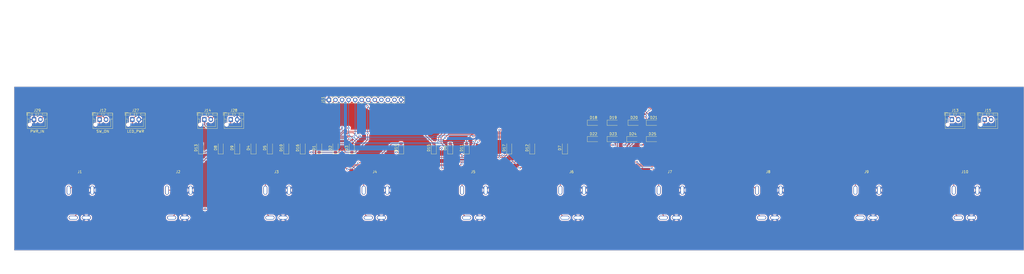
<source format=kicad_pcb>
(kicad_pcb (version 20221018) (generator pcbnew)

  (general
    (thickness 1.6)
  )

  (paper "A4")
  (layers
    (0 "F.Cu" signal)
    (31 "B.Cu" signal)
    (32 "B.Adhes" user "B.Adhesive")
    (33 "F.Adhes" user "F.Adhesive")
    (34 "B.Paste" user)
    (35 "F.Paste" user)
    (36 "B.SilkS" user "B.Silkscreen")
    (37 "F.SilkS" user "F.Silkscreen")
    (38 "B.Mask" user)
    (39 "F.Mask" user)
    (40 "Dwgs.User" user "User.Drawings")
    (41 "Cmts.User" user "User.Comments")
    (42 "Eco1.User" user "User.Eco1")
    (43 "Eco2.User" user "User.Eco2")
    (44 "Edge.Cuts" user)
    (45 "Margin" user)
    (46 "B.CrtYd" user "B.Courtyard")
    (47 "F.CrtYd" user "F.Courtyard")
    (48 "B.Fab" user)
    (49 "F.Fab" user)
    (50 "User.1" user)
    (51 "User.2" user)
    (52 "User.3" user)
    (53 "User.4" user)
    (54 "User.5" user)
    (55 "User.6" user)
    (56 "User.7" user)
    (57 "User.8" user)
    (58 "User.9" user)
  )

  (setup
    (pad_to_mask_clearance 0)
    (pcbplotparams
      (layerselection 0x00010fc_ffffffff)
      (plot_on_all_layers_selection 0x0000000_00000000)
      (disableapertmacros false)
      (usegerberextensions false)
      (usegerberattributes true)
      (usegerberadvancedattributes true)
      (creategerberjobfile true)
      (dashed_line_dash_ratio 12.000000)
      (dashed_line_gap_ratio 3.000000)
      (svgprecision 4)
      (plotframeref false)
      (viasonmask false)
      (mode 1)
      (useauxorigin false)
      (hpglpennumber 1)
      (hpglpenspeed 20)
      (hpglpendiameter 15.000000)
      (dxfpolygonmode true)
      (dxfimperialunits true)
      (dxfusepcbnewfont true)
      (psnegative false)
      (psa4output false)
      (plotreference true)
      (plotvalue true)
      (plotinvisibletext false)
      (sketchpadsonfab false)
      (subtractmaskfromsilk false)
      (outputformat 1)
      (mirror false)
      (drillshape 0)
      (scaleselection 1)
      (outputdirectory "out")
    )
  )

  (net 0 "")
  (net 1 "Net-(D1-K)")
  (net 2 "Net-(D1-A)")
  (net 3 "Net-(D17-A)")
  (net 4 "Net-(D12-A)")
  (net 5 "Net-(D20-A)")
  (net 6 "Net-(D4-A)")
  (net 7 "Net-(D15-A)")
  (net 8 "Net-(D10-A)")
  (net 9 "Net-(D11-A)")
  (net 10 "Net-(D10-K)")
  (net 11 "Net-(D8-A)")
  (net 12 "Net-(D14-A)")
  (net 13 "Net-(D13-K)")
  (net 14 "Net-(D13-A)")
  (net 15 "Net-(D18-K)")
  (net 16 "Net-(D22-K)")
  (net 17 "GND")
  (net 18 "Net-(J11-Pin_7)")
  (net 19 "Net-(J11-Pin_8)")
  (net 20 "unconnected-(J11-Pin_10-Pad10)")
  (net 21 "unconnected-(J11-Pin_11-Pad11)")
  (net 22 "+5V")
  (net 23 "/5VI")
  (net 24 "unconnected-(J11-Pin_9-Pad9)")
  (net 25 "Net-(J1-Pin_3)")

  (footprint "Library:LED_BUTTON" (layer "F.Cu") (at 193.04 71.12))

  (footprint "Diode_SMD:D_SOD-123" (layer "F.Cu") (at 133.35 49.15 90))

  (footprint "Diode_SMD:D_SOD-123" (layer "F.Cu") (at 255.39 39.37))

  (footprint "Library:LED_BUTTON" (layer "F.Cu") (at 269.24 71.12))

  (footprint "Diode_SMD:D_SOD-123" (layer "F.Cu") (at 228.6 49.15 90))

  (footprint "Diode_SMD:D_SOD-123" (layer "F.Cu") (at 114.3 49.15 90))

  (footprint "Diode_SMD:D_SOD-123" (layer "F.Cu") (at 239.65 45.72))

  (footprint "Library:LED_BUTTON" (layer "F.Cu") (at 307.34 71.12))

  (footprint "Diode_SMD:D_SOD-123" (layer "F.Cu") (at 262.51 39.37))

  (footprint "Connector_JST:JST_XH_B2B-XH-AM_1x02_P2.50mm_Vertical" (layer "F.Cu") (at 22.9 38.1))

  (footprint "Library:LED_BUTTON" (layer "F.Cu") (at 40.64 71.12))

  (footprint "Diode_SMD:D_SOD-123" (layer "F.Cu") (at 247.27 39.37))

  (footprint "Diode_SMD:D_SOD-123" (layer "F.Cu") (at 127 49.15 90))

  (footprint "Diode_SMD:D_SOD-123" (layer "F.Cu") (at 95.25 49.15 90))

  (footprint "Diode_SMD:D_SOD-123" (layer "F.Cu") (at 87.63 49.15 90))

  (footprint "Library:LED_BUTTON" (layer "F.Cu") (at 154.94 71.12))

  (footprint "Connector_JST:JST_XH_B2B-XH-AM_1x02_P2.50mm_Vertical" (layer "F.Cu") (at 48.3 38.1))

  (footprint "Connector_JST:JST_XH_B2B-XH-AM_1x02_P2.50mm_Vertical" (layer "F.Cu") (at 88.9 38.1))

  (footprint "Diode_SMD:D_SOD-123" (layer "F.Cu") (at 262.51 45.72))

  (footprint "Diode_SMD:D_SOD-123" (layer "F.Cu") (at 177.8 49.15 90))

  (footprint "Library:LED_BUTTON" (layer "F.Cu") (at 383.54 71.12))

  (footprint "Diode_SMD:D_SOD-123" (layer "F.Cu") (at 184.15 49.15 90))

  (footprint "Library:LED_BUTTON" (layer "F.Cu") (at 231.14 71.12))

  (footprint "Library:LED_BUTTON" (layer "F.Cu") (at 345.44 71.12))

  (footprint "Connector_JST:JST_XH_B2B-XH-AM_1x02_P2.50mm_Vertical" (layer "F.Cu") (at 61 38.1))

  (footprint "Diode_SMD:D_SOD-123" (layer "F.Cu") (at 165.1 49.15 90))

  (footprint "Diode_SMD:D_SOD-123" (layer "F.Cu") (at 120.65 49.15 90))

  (footprint "Diode_SMD:D_SOD-123" (layer "F.Cu") (at 190.5 49.15 90))

  (footprint "Library:LED_BUTTON" (layer "F.Cu") (at 78.74 71.12))

  (footprint "Library:LED_BUTTON" (layer "F.Cu") (at 116.84 71.12))

  (footprint "Connector_JST:JST_XH_B2B-XH-AM_1x02_P2.50mm_Vertical" (layer "F.Cu") (at 378.5 38.1))

  (footprint "Diode_SMD:D_SOD-123" (layer "F.Cu") (at 247.27 45.72))

  (footprint "Diode_SMD:D_SOD-123" (layer "F.Cu") (at 139.7 49.15 90))

  (footprint "Diode_SMD:D_SOD-123" (layer "F.Cu") (at 254.89 45.72))

  (footprint "Connector_JST:JST_XH_B2B-XH-AM_1x02_P2.50mm_Vertical" (layer "F.Cu") (at 99.1 38.1))

  (footprint "Diode_SMD:D_SOD-123" (layer "F.Cu") (at 207.01 49.15 90))

  (footprint "Diode_SMD:D_SOD-123" (layer "F.Cu") (at 239.65 39.37))

  (footprint "Connector_JST:JST_XH_B2B-XH-AM_1x02_P2.50mm_Vertical" (layer "F.Cu") (at 391.2 38.1))

  (footprint "Connector_PinHeader_2.54mm:PinHeader_1x12_P2.54mm_Vertical" (layer "F.Cu") (at 137.16 30.48 90))

  (footprint "Diode_SMD:D_SOD-123" (layer "F.Cu") (at 146.05 49.15 90))

  (footprint "Diode_SMD:D_SOD-123" (layer "F.Cu") (at 101.6 49.15 90))

  (footprint "Diode_SMD:D_SOD-123" (layer "F.Cu") (at 215.9 49.15 90))

  (footprint "Diode_SMD:D_SOD-123" (layer "F.Cu") (at 107.95 49.15 90))

  (gr_line (start 213.652813 83.160616) (end 212.880912 83.141098)
    (stroke (width 0.2) (type solid)) (layer "Dwgs.User") (tstamp 000e8f7b-8592-4f77-9350-be73f1a7c35f))
  (gr_line (start 113.02293 92.021356) (end 118.822979 92.021356)
    (stroke (width 0.2) (type solid)) (layer "Dwgs.User") (tstamp 0038eb13-ab15-43e0-b159-61f571ded1e7))
  (gr_line (start 175.649538 56.140579) (end 176.216191 56.585881)
    (stroke (width 0.2) (type solid)) (layer "Dwgs.User") (tstamp 0045d113-6bc7-4f8b-abc2-23bcae6bd83c))
  (gr_line (start 355.922954 94.821359) (end 353.02293 94.821359)
    (stroke (width 0.2) (type solid)) (layer "Dwgs.User") (tstamp 008554e1-9495-4eff-a200-75702c24e530))
  (gr_line (start 352.948648 55.722317) (end 353.536745 56.140521)
    (stroke (width 0.2) (type solid)) (layer "Dwgs.User") (tstamp 00eada4b-9381-44cd-9bb8-ae558fa0e07b))
  (gr_line (start 151.847618 70.44496) (end 151.752228 69.694271)
    (stroke (width 0.2) (type solid)) (layer "Dwgs.User") (tstamp 012589b1-39f0-439f-9dee-4d8687b080a5))
  (gr_line (start 32.712871 83.160608) (end 31.940971 83.14109)
    (stroke (width 0.2) (type solid)) (layer "Dwgs.User") (tstamp 0133c44e-3572-4f5b-abb4-760340016557))
  (gr_line (start 301.69754 53.180137) (end 302.459308 53.238063)
    (stroke (width 0.2) (type solid)) (layer "Dwgs.User") (tstamp 013ff1c7-c7fc-4de6-b61d-43e0367e8b56))
  (gr_line (start 9.8459 97.984871) (end 9.84905 97.988503)
    (stroke (width 0.2) (type solid)) (layer "Dwgs.User") (tstamp 01477299-e189-4b3a-9bcc-65ff894c702a))
  (gr_line (start 132.814105 75.938654) (end 132.423942 76.547251)
    (stroke (width 0.2) (type solid)) (layer "Dwgs.User") (tstamp 0185f2ba-93e1-4ccd-a359-79d0f0ab9008))
  (gr_line (start 9.907794 98.020199) (end 9.912779 98.020838)
    (stroke (width 0.2) (type solid)) (layer "Dwgs.User") (tstamp 01886b17-07a0-4227-8f7a-6232304d535b))
  (gr_line (start 63.520817 60.382564) (end 63.91098 59.773967)
    (stroke (width 0.2) (type solid)) (layer "Dwgs.User") (tstamp 019eab76-428a-4739-9205-618dce060404))
  (gr_line (start 223.194218 56.585889) (end 223.738486 57.057346)
    (stroke (width 0.2) (type solid)) (layer "Dwgs.User") (tstamp 01b441df-4f54-43a5-9d1e-068f0950d881))
  (gr_line (start 87.923963 77.702001) (end 87.452506 78.246269)
    (stroke (width 0.2) (type solid)) (layer "Dwgs.User") (tstamp 01c662ce-edd1-4891-8f7a-818decc68bd8))
  (gr_line (start 39.862775 54.97103) (end 40.49093 55.332211)
    (stroke (width 0.2) (type solid)) (layer "Dwgs.User") (tstamp 01ebaa83-a3c8-4e35-a786-1e0bceffd216))
  (gr_line (start 333.458731 78.246208) (end 332.987273 77.70194)
    (stroke (width 0.2) (type solid)) (layer "Dwgs.User") (tstamp 0202f0a4-b78b-4d04-9651-460b03275657))
  (gr_line (start 128.960451 56.140579) (end 129.527104 56.585881)
    (stroke (width 0.2) (type solid)) (layer "Dwgs.User") (tstamp 02034867-eb4b-437c-9560-e786fe0c5144))
  (gr_line (start 347.585024 53.465301) (end 348.310736 53.632794)
    (stroke (width 0.2) (type solid)) (layer "Dwgs.User") (tstamp 0226d10f-73ee-471e-a18f-87034da3454b))
  (gr_line (start 268.863904 77.702009) (end 268.392448 78.246277)
    (stroke (width 0.2) (type solid)) (layer "Dwgs.User") (tstamp 022f61c1-30a1-4f4f-8736-94f0a65f740b))
  (gr_line (start 365.928085 98.021226) (end 365.93315 98.020838)
    (stroke (width 0.2) (type solid)) (layer "Dwgs.User") (tstamp 0235df0e-55b5-4a80-a0e9-dcd50326cf99))
  (gr_line (start 315.251272 63.700075) (end 315.453402 64.411882)
    (stroke (width 0.2) (type solid)) (layer "Dwgs.User") (tstamp 0246df34-35ba-4e8c-9680-12d7bd265baa))
  (gr_line (start 47.693353 67.38871) (end 47.712871 68.160608)
    (stroke (width 0.2) (type solid)) (layer "Dwgs.User") (tstamp 025b44a1-5502-4cc7-8dd8-b078f8f5fb1c))
  (gr_line (start 181.501952 70.44496) (end 181.37004 71.183631)
    (stroke (width 0.2) (type solid)) (layer "Dwgs.User") (tstamp 0276c37a-a553-4ae6-8c67-4dc05dc73fee))
  (gr_line (start 245.02293 -4.978637) (end 247.922954 -4.978637)
    (stroke (width 0.2) (type solid)) (layer "Dwgs.User") (tstamp 031e8339-d8e6-4d92-9143-fd83b98cceef))
  (gr_line (start 222.627565 56.140587) (end 223.194218 56.585889)
    (stroke (width 0.2) (type solid)) (layer "Dwgs.User") (tstamp 031eff34-19d5-4b31-b13a-b6c02493e5f6))
  (gr_line (start 134.680953 65.137585) (end 134.812865 65.876256)
    (stroke (width 0.2) (type solid)) (layer "Dwgs.User") (tstamp 033e1c8a-03c6-4825-8fd9-6d8639b49852))
  (gr_line (start 17.790314 66.626938) (end 17.885704 65.876249)
    (stroke (width 0.2) (type solid)) (layer "Dwgs.User") (tstamp 03484342-93ad-4619-9062-0dc435ae576a))
  (gr_line (start 9.837518 97.973108) (end 9.840128 97.977166)
    (stroke (width 0.2) (type solid)) (layer "Dwgs.User") (tstamp 04068157-47da-424b-b5a7-fc096335d481))
  (gr_line (start 315.453402 64.411882) (end 315.620894 65.137593)
    (stroke (width 0.2) (type solid)) (layer "Dwgs.User") (tstamp 042f064b-69ca-4f4a-826a-dbe5dc098a02))
  (gr_poly
    (pts
      (xy 254.820571 33.456038)
      (xy 254.902116 33.463068)
      (xy 254.980332 33.473818)
      (xy 255.054271 33.488271)
      (xy 255.122987 33.506412)
      (xy 255.18553 33.528225)
      (xy 255.240954 33.553694)
      (xy 255.288311 33.582804)
      (xy 255.328327 33.613162)
      (xy 255.366091 33.645033)
      (xy 255.4016 33.678396)
      (xy 255.434853 33.71323)
      (xy 255.465847 33.749514)
      (xy 255.494581 33.787225)
      (xy 255.521053 33.826343)
      (xy 255.545259 33.866846)
      (xy 255.567199 33.908713)
      (xy 255.58687 33.951923)
      (xy 255.604269 33.996455)
      (xy 255.619396 34.042286)
      (xy 255.632248 34.089397)
      (xy 255.642822 34.137765)
      (xy 255.651117 34.187369)
      (xy 255.657131 34.238188)
      (xy 255.660861 34.2902)
      (xy 255.662306 34.343385)
      (xy 255.661463 34.39772)
      (xy 255.65833 34.453185)
      (xy 255.652906 34.509759)
      (xy 255.645188 34.567419)
      (xy 255.635174 34.626145)
      (xy 255.622862 34.685916)
      (xy 255.608249 34.746709)
      (xy 255.591335 34.808504)
      (xy 255.572116 34.87128)
      (xy 255.550591 34.935014)
      (xy 255.526758 34.999687)
      (xy 255.500614 35.065276)
      (xy 255.441387 35.199118)
      (xy 255.385577 35.30955)
      (xy 255.322208 35.420372)
      (xy 255.251848 35.531014)
      (xy 255.175062 35.640903)
      (xy 255.092417 35.749471)
      (xy 255.004481 35.856145)
      (xy 254.911819 35.960355)
      (xy 254.814998 36.061529)
      (xy 254.714586 36.159099)
      (xy 254.611148 36.252491)
      (xy 254.505251 36.341137)
      (xy 254.397463 36.424464)
      (xy 254.288348 36.501902)
      (xy 254.178476 36.57288)
      (xy 254.068411 36.636828)
      (xy 253.958721 36.693174)
      (xy 253.866061 36.73549)
      (xy 253.77397 36.773471)
      (xy 253.682706 36.807088)
      (xy 253.592529 36.836312)
      (xy 253.503698 36.861116)
      (xy 253.416473 36.881469)
      (xy 253.331112 36.897344)
      (xy 253.247875 36.908711)
      (xy 253.167021 36.915542)
      (xy 253.08881 36.917808)
      (xy 253.013501 36.915481)
      (xy 252.941353 36.908531)
      (xy 252.872625 36.896931)
      (xy 252.807576 36.880651)
      (xy 252.746467 36.859662)
      (xy 252.689556 36.833937)
      (xy 252.689556 36.83394)
      (xy 252.67106 36.823878)
      (xy 252.651661 36.812207)
      (xy 252.631519 36.799068)
      (xy 252.610794 36.784602)
      (xy 252.589647 36.768949)
      (xy 252.568238 36.752252)
      (xy 252.546729 36.734651)
      (xy 252.52528 36.716287)
      (xy 252.50405 36.697301)
      (xy 252.483202 36.677835)
      (xy 252.462895 36.658029)
      (xy 252.44329 36.638024)
      (xy 252.424548 36.617961)
      (xy 252.406829 36.597983)
      (xy 252.390294 36.578228)
      (xy 252.375103 36.55884)
      (xy 252.352789 36.5287)
      (xy 252.33295 36.50037)
      (xy 252.315446 36.47323)
      (xy 252.300136 36.44666)
      (xy 252.29326 36.433395)
      (xy 252.286881 36.42004)
      (xy 252.280979 36.406517)
      (xy 252.275539 36.392748)
      (xy 252.270542 36.378657)
      (xy 252.265971 36.364165)
      (xy 252.261809 36.349196)
      (xy 252.258037 36.333671)
      (xy 252.254639 36.317514)
      (xy 252.251597 36.300646)
      (xy 252.246509 36.264468)
      (xy 252.242635 36.224518)
      (xy 252.239834 36.180176)
      (xy 252.237965 36.130821)
      (xy 252.236889 36.075833)
      (xy 252.236465 36.014592)
      (xy 252.236553 35.946478)
      (xy 252.237848 35.817208)
      (xy 252.239714 35.760806)
      (xy 252.242613 35.708879)
      (xy 252.246707 35.660666)
      (xy 252.252163 35.615404)
      (xy 252.259145 35.572333)
      (xy 252.267818 35.530692)
      (xy 252.278346 35.48972)
      (xy 252.290894 35.448656)
      (xy 252.305627 35.406738)
      (xy 252.32271 35.363205)
      (xy 252.342306 35.317297)
      (xy 252.364581 35.268251)
      (xy 252.417827 35.157705)
      (xy 252.480804 35.039433)
      (xy 252.552548 34.920591)
      (xy 252.632372 34.801831)
      (xy 252.719591 34.683808)
      (xy 252.813518 34.567175)
      (xy 252.913467 34.452584)
      (xy 253.018753 34.34069)
      (xy 253.128689 34.232145)
      (xy 253.242588 34.127603)
      (xy 253.359765 34.027718)
      (xy 253.479535 33.933142)
      (xy 253.601209 33.844529)
      (xy 253.724104 33.762532)
      (xy 253.847531 33.687805)
      (xy 253.970806 33.621001)
      (xy 254.093242 33.562773)
      (xy 254.162099 33.535611)
      (xy 254.236157 33.512312)
      (xy 254.314468 33.49286)
      (xy 254.396084 33.477239)
      (xy 254.480057 33.465432)
      (xy 254.56544 33.457425)
      (xy 254.651285 33.453201)
      (xy 254.736644 33.452744)
    )

    (stroke (width 0.052615) (type solid)) (fill solid) (layer "Dwgs.User") (tstamp 045e7ad5-1f84-4af6-99b3-178ac63f7a84))
  (gr_line (start 180.496015 73.999285) (end 180.195628 74.663728)
    (stroke (width 0.2) (type solid)) (layer "Dwgs.User") (tstamp 048a6b37-3615-44de-b337-bbb7facbfafb))
  (gr_line (start 12.922954 -8.178639) (end 9.922954 -8.178639)
    (stroke (width 0.2) (type solid)) (layer "Dwgs.User") (tstamp 04d62639-4060-4dfb-b503-3efad06b4d56))
  (gr_line (start 257.02293 -2.178637) (end 257.02293 -4.978637)
    (stroke (width 0.2) (type solid)) (layer "Dwgs.User") (tstamp 04f610d1-da54-4422-86a4-b913597b6f3f))
  (gr_line (start 131.560437 77.702001) (end 131.088981 78.246269)
    (stroke (width 0.2) (type solid)) (layer "Dwgs.User") (tstamp 053089e3-afe0-4fec-98f2-169c1fcbd4fe))
  (gr_line (start 153.846379 75.938654) (end 153.485198 75.310499)
    (stroke (width 0.2) (type solid)) (layer "Dwgs.User") (tstamp 05570d9f-c17e-4ad7-bcdf-dd32a94b71e3))
  (gr_line (start 365.982702 98.001423) (end 365.986481 97.998448)
    (stroke (width 0.2) (type solid)) (layer "Dwgs.User") (tstamp 057016f3-5536-442f-8733-a8d5497025aa))
  (gr_line (start 315.848197 69.694279) (end 315.752807 70.444968)
    (stroke (width 0.2) (type solid)) (layer "Dwgs.User") (tstamp 0574ba6d-b27a-4614-a84c-4f8a17a6810f))
  (gr_line (start 242.461998 70.444968) (end 242.366608 69.694279)
    (stroke (width 0.2) (type solid)) (layer "Dwgs.User") (tstamp 05a20d03-b0dd-4290-a948-28222239e61a))
  (gr_line (start 71.888671 53.834982) (end 72.60048 53.632851)
    (stroke (width 0.2) (type solid)) (layer "Dwgs.User") (tstamp 05c14185-141b-4da9-b8ca-627ed654cce2))
  (gr_line (start 197.02293 92.021356) (end 202.822979 92.021356)
    (stroke (width 0.2) (type solid)) (layer "Dwgs.User") (tstamp 05c53f5d-44db-4101-a4d2-a63bb647cca3))
  (gr_line (start 359.542475 68.932445) (end 359.484549 69.69421)
    (stroke (width 0.2) (type solid)) (layer "Dwgs.User") (tstamp 05d27716-eb20-4ffe-bbae-6d4133198c08))
  (gr_line (start 293.775736 81.350197) (end 293.147581 80.989015)
    (stroke (width 0.2) (type solid)) (layer "Dwgs.User") (tstamp 05f65833-e268-4688-951d-d63881dd7293))
  (gr_line (start 132.423942 59.773967) (end 132.814105 60.382564)
    (stroke (width 0.2) (type solid)) (layer "Dwgs.User") (tstamp 061acd5b-6118-4629-9109-3c1684f16585))
  (gr_line (start 359.257247 71.18357) (end 359.089755 71.909281)
    (stroke (width 0.2) (type solid)) (layer "Dwgs.User") (tstamp 0627b1a6-9866-4702-90da-a4414c68c4ad))
  (gr_line (start 211.922954 -4.978637) (end 214.822979 -4.978637)
    (stroke (width 0.2) (type solid)) (layer "Dwgs.User") (tstamp 067809d4-5cdb-4089-b572-d3f157127469))
  (gr_line (start 336.175363 80.598783) (end 335.587266 80.180578)
    (stroke (width 0.2) (type solid)) (layer "Dwgs.User") (tstamp 06879e32-8f00-483f-be21-6a47d95ee0a8))
  (gr_line (start 242.761403 71.909349) (end 242.593911 71.183639)
    (stroke (width 0.2) (type solid)) (layer "Dwgs.User") (tstamp 0699765e-b1de-4c9b-9048-e43228b51bf5))
  (gr_line (start 105.063141 69.694271) (end 105.005216 68.932506)
    (stroke (width 0.2) (type solid)) (layer "Dwgs.User") (tstamp 073ac11a-6997-49d8-931a-c90757197c84))
  (gr_line (start 47.540038 65.876256) (end 47.635428 66.626945)
    (stroke (width 0.2) (type solid)) (layer "Dwgs.User") (tstamp 07ad1588-6d1b-4073-9ddc-4b200bfdcd7d))
  (gr_line (start 366.020892 97.941441) (end 366.021774 97.936529)
    (stroke (width 0.2) (type solid)) (layer "Dwgs.User") (tstamp 0817db8c-bb01-41d5-99b0-5d85468093ed))
  (gr_line (start 366.02293 -2.078639) (end 366.02293 -8.078638)
    (stroke (width 0.2) (type solid)) (layer "Dwgs.User") (tstamp 08529729-236a-4bb0-a28f-91e4ce3dc7bf))
  (gr_line (start 314.74687 62.321939) (end 315.015447 63.003113)
    (stroke (width 0.2) (type solid)) (layer "Dwgs.User") (tstamp 086aa154-0d9c-464d-9e5b-98a2353252ec))
  (gr_line (start 9.827498 97.951006) (end 9.829077 97.955646)
    (stroke (width 0.2) (type solid)) (layer "Dwgs.User") (tstamp 086c705f-c2b0-4260-8c7b-d97d02ed9695))
  (gr_line (start 268.392448 58.074956) (end 268.863904 58.619224)
    (stroke (width 0.2) (type solid)) (layer "Dwgs.User") (tstamp 089e4af2-7fe5-4da1-871f-81e55a152c13))
  (gr_line (start 243.199358 73.318119) (end 242.963533 72.621157)
    (stroke (width 0.2) (type solid)) (layer "Dwgs.User") (tstamp 097db7a4-a43e-4387-8fb3-199f828cc9e9))
  (gr_line (start 117.701339 82.987774) (end 116.962666 82.855861)
    (stroke (width 0.2) (type solid)) (layer "Dwgs.User") (tstamp 09becd06-298d-474d-8237-5cca14292ada))
  (gr_line (start 221.430872 55.332219) (end 222.039469 55.722383)
    (stroke (width 0.2) (type solid)) (layer "Dwgs.User") (tstamp 0a1636a6-5e91-410d-9aa8-34711efe0fc1))
  (gr_line (start 271.378973 63.003113) (end 271.614797 63.700075)
    (stroke (width 0.2) (type solid)) (layer "Dwgs.User
... [1171064 chars truncated]
</source>
